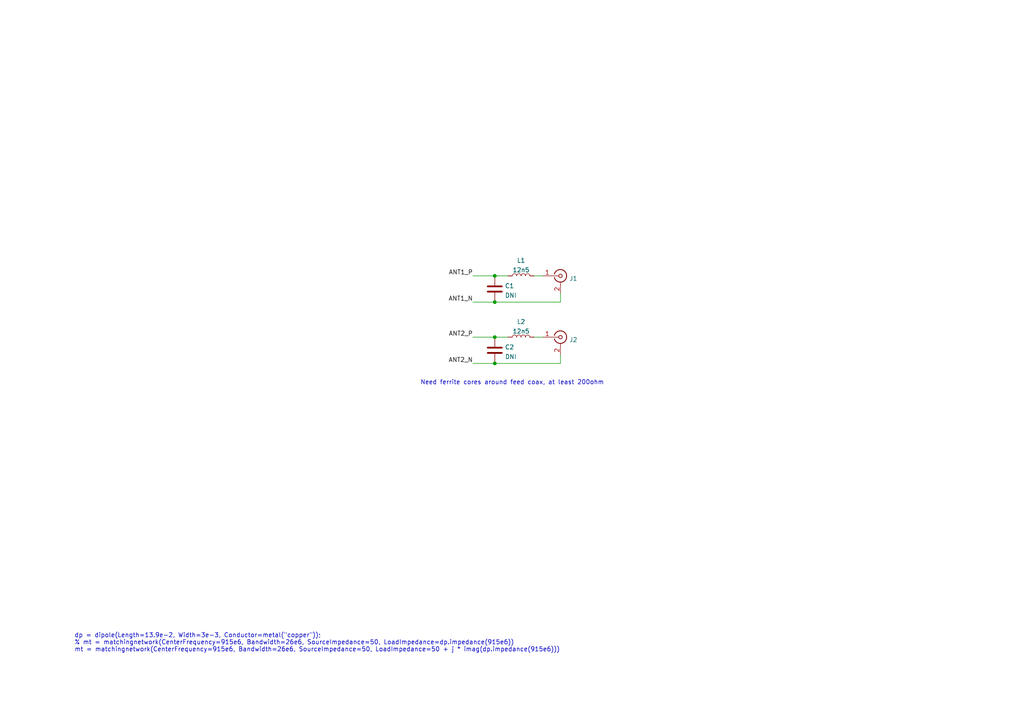
<source format=kicad_sch>
(kicad_sch (version 20211123) (generator eeschema)
  (paper "A4")
  (title_block (title "Antenna Prototype") (company "Waterloo Rocketry") (comment 1 "Rio Liu") (comment 2 "Rev0"))
  (lib_symbols
    (symbol "Connector:Conn_Coaxial" (pin_names (offset 1.016) hide)
      (property "Reference" "J" (at 0.254 3.048 0))
      (property "Value" "Conn_Coaxial" (at 2.921 0 90))
      (symbol "Conn_Coaxial_0_1"
        (arc (start -1.778 -0.508) (mid 0.222 -1.808) (end 1.778 0) (stroke (width 0.254)))
        (polyline (pts (xy -2.54 0) (xy -0.508 0)))
        (polyline (pts (xy 0 -2.54) (xy 0 -1.778)))
        (circle (center 0 0) (radius 0.508) (stroke (width 0.2032)))
        (arc (start 1.778 0) (mid 0.222 1.8083) (end -1.778 0.508) (stroke (width 0.254)))
      )
      (symbol "Conn_Coaxial_1_1"
        (pin passive line (at -5.08 0 0) (length 2.54) (name "In") (number "1"))
        (pin passive line (at 0 -5.08 90) (length 2.54) (name "Ext") (number "2"))
      )
    )
    (symbol "Device:C" (pin_numbers hide) (pin_names (offset 0.254))
      (property "Reference" "C" (at 0.635 2.54 0))
      (property "Value" "C" (at 0.635 -2.54 0))
      (symbol "C_0_1"
        (polyline (pts (xy -2.032 -0.762) (xy 2.032 -0.762)) (stroke (width 0.508)))
        (polyline (pts (xy -2.032 0.762) (xy 2.032 0.762)) (stroke (width 0.508)))
      )
      (symbol "C_1_1"
        (pin passive line (at 0 3.81 270) (length 2.794) (name "~") (number "1"))
        (pin passive line (at 0 -3.81 90) (length 2.794) (name "~") (number "2"))
      )
    )
    (symbol "Device:L" (pin_numbers hide) (pin_names (offset 1.016) hide)
      (property "Reference" "L" (at -1.27 0 90))
      (property "Value" "L" (at 1.905 0 90))
      (symbol "L_0_1"
        (arc (start 0 -2.54) (mid 0.635 -1.905) (end 0 -1.27))
        (arc (start 0 -1.27) (mid 0.635 -0.635) (end 0 0))
        (arc (start 0 0) (mid 0.635 0.635) (end 0 1.27))
        (arc (start 0 1.27) (mid 0.635 1.905) (end 0 2.54))
      )
      (symbol "L_1_1"
        (pin passive line (at 0 3.81 270) (length 1.27) (name "1") (number "1"))
        (pin passive line (at 0 -3.81 90) (length 1.27) (name "2") (number "2"))
      )
    )
  )
  (junction (at 143.51 87.63))
  (junction (at 143.51 105.41))
  (junction (at 143.51 80.01))
  (junction (at 143.51 97.79))
  (wire (pts (xy 143.51 80.01) (xy 147.32 80.01)))
  (wire (pts (xy 154.94 80.01) (xy 157.48 80.01)))
  (wire (pts (xy 137.16 105.41) (xy 143.51 105.41)))
  (wire (pts (xy 137.16 87.63) (xy 143.51 87.63)))
  (wire (pts (xy 143.51 105.41) (xy 162.56 105.41)))
  (wire (pts (xy 137.16 80.01) (xy 143.51 80.01)))
  (wire (pts (xy 162.56 105.41) (xy 162.56 102.87)))
  (wire (pts (xy 154.94 97.79) (xy 157.48 97.79)))
  (wire (pts (xy 162.56 87.63) (xy 162.56 85.09)))
  (wire (pts (xy 143.51 97.79) (xy 147.32 97.79)))
  (wire (pts (xy 143.51 87.63) (xy 162.56 87.63)))
  (wire (pts (xy 137.16 97.79) (xy 143.51 97.79)))
  (text "dp = dipole(Length=13.9e-2, Width=3e-3, Conductor=metal(\"copper\"));\n% mt = matchingnetwork(CenterFrequency=915e6, Bandwidth=26e6, SourceImpedance=50, LoadImpedance=dp.impedance(915e6))\nmt = matchingnetwork(CenterFrequency=915e6, Bandwidth=26e6, SourceImpedance=50, LoadImpedance=50 + j * imag(dp.impedance(915e6)))" (at 21.59 189.23 0) (effects (font (size 1.27 1.27)) (justify left bottom)))
  (text "Need ferrite cores around feed coax, at least 200ohm" (at 121.92 111.76 0) (effects (font (size 1.27 1.27)) (justify left bottom)))
  (label "ANT2_P" (at 137.16 97.79 180))
  (label "ANT1_N" (at 137.16 87.63 180))
  (label "ANT1_P" (at 137.16 80.01 180))
  (label "ANT2_N" (at 137.16 105.41 180))
  (symbol (lib_id "Connector:Conn_Coaxial") (at 162.56 80.01 0) (unit 1)
    (property "Reference" "J1" (at 165.1 80.7822 0) (effects (justify left)))
    (property "Value" "Conn_Coaxial" (effects hide))
    (property "Footprint" "Connector_Coaxial:SMB_Jack_Vertical" (effects hide))
    (property "Datasheet" " ~" (effects hide))
  )
  (symbol (lib_id "Connector:Conn_Coaxial") (at 162.56 97.79 0) (unit 1)
    (property "Reference" "J2" (at 165.1 98.5622 0) (effects (justify left)))
    (property "Value" "Conn_Coaxial" (effects hide))
    (property "Footprint" "Connector_Coaxial:SMB_Jack_Vertical" (effects hide))
    (property "Datasheet" " ~" (effects hide))
  )
  (symbol (lib_id "Device:L") (at 151.13 97.79 90) (unit 1)
    (property "Reference" "L2" (at 151.13 93.3155 90))
    (property "Value" "12n5" (at 151.13 96.0906 90))
    (property "Footprint" "Inductor_SMD:L_0603_1608Metric_Pad1.05x0.95mm_HandSolder" (effects hide))
  )
  (symbol (lib_id "Device:C") (at 143.51 101.6 0) (unit 1)
    (property "Reference" "C2" (at 146.431 100.6915 0) (effects (justify left)))
    (property "Value" "DNI" (at 146.431 103.4666 0) (effects (justify left)))
    (property "Footprint" "Capacitor_SMD:C_0603_1608Metric_Pad1.08x0.95mm_HandSolder" (effects hide))
  )
  (symbol (lib_id "Device:C") (at 143.51 83.82 0) (unit 1)
    (property "Reference" "C1" (at 146.431 82.9115 0) (effects (justify left)))
    (property "Value" "DNI" (at 146.431 85.6866 0) (effects (justify left)))
    (property "Footprint" "Capacitor_SMD:C_0603_1608Metric_Pad1.08x0.95mm_HandSolder" (effects hide))
  )
  (symbol (lib_id "Device:L") (at 151.13 80.01 90) (unit 1)
    (property "Reference" "L1" (at 151.13 75.5355 90))
    (property "Value" "12n5" (at 151.13 78.3106 90))
    (property "Footprint" "Inductor_SMD:L_0603_1608Metric_Pad1.05x0.95mm_HandSolder" (effects hide))
  )
)
</source>
